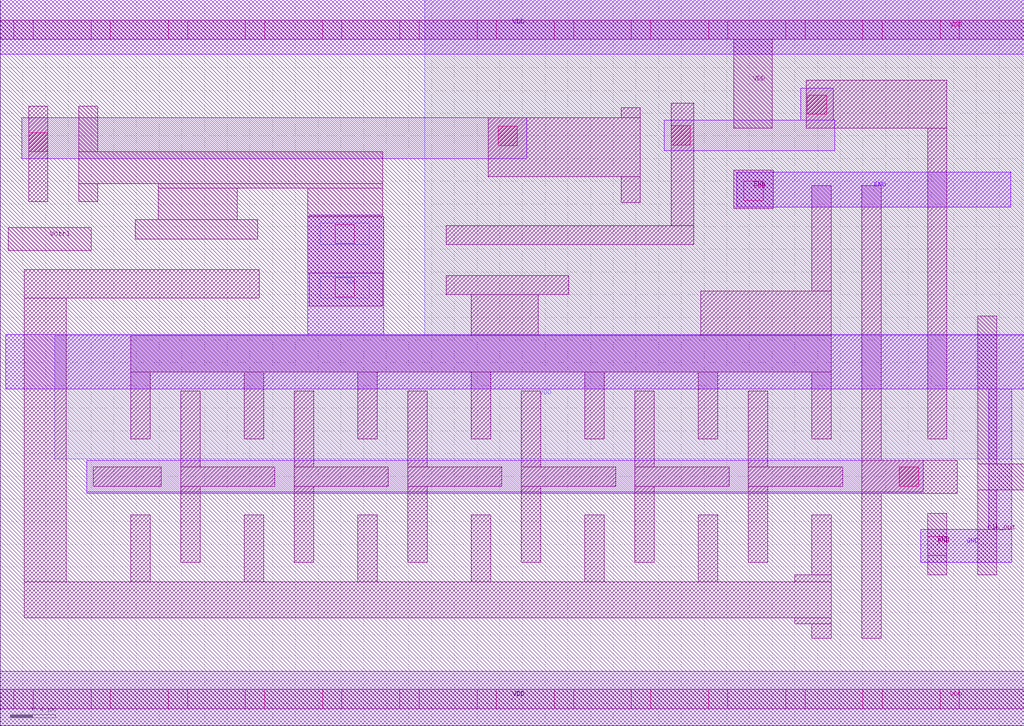
<source format=lef>
VERSION 5.7 ;
  NOWIREEXTENSIONATPIN ON ;
  DIVIDERCHAR "/" ;
  BUSBITCHARS "[]" ;
UNITS
  DATABASE MICRONS 200 ;
END UNITS

LAYER via2
  TYPE CUT ;
END via2

LAYER via
  TYPE CUT ;
END via

LAYER nwell
  TYPE MASTERSLICE ;
END nwell

LAYER via3
  TYPE CUT ;
END via3

LAYER pwell
  TYPE MASTERSLICE ;
END pwell

LAYER via4
  TYPE CUT ;
END via4

LAYER mcon
  TYPE CUT ;
END mcon

LAYER met6
  TYPE ROUTING ;
  WIDTH 0.030000 ;
  SPACING 0.040000 ;
  DIRECTION HORIZONTAL ;
END met6

LAYER met1
  TYPE ROUTING ;
  WIDTH 0.140000 ;
  SPACING 0.140000 ;
  DIRECTION HORIZONTAL ;
END met1

LAYER met3
  TYPE ROUTING ;
  WIDTH 0.300000 ;
  SPACING 0.300000 ;
  DIRECTION HORIZONTAL ;
END met3

LAYER met2
  TYPE ROUTING ;
  WIDTH 0.140000 ;
  SPACING 0.140000 ;
  DIRECTION HORIZONTAL ;
END met2

LAYER met4
  TYPE ROUTING ;
  WIDTH 0.300000 ;
  SPACING 0.300000 ;
  DIRECTION HORIZONTAL ;
END met4

LAYER met5
  TYPE ROUTING ;
  WIDTH 1.600000 ;
  SPACING 1.600000 ;
  DIRECTION HORIZONTAL ;
END met5

LAYER li1
  TYPE ROUTING ;
  WIDTH 0.170000 ;
  SPACING 0.170000 ;
  DIRECTION HORIZONTAL ;
END li1

MACRO VCO
  CLASS BLOCK ;
  FOREIGN VCO ;
  ORIGIN 0.000 0.000 ;
  SIZE 9.020 BY 6.400 ;
  PIN VCtrl
    ANTENNAGATEAREA 0.288000 ;
    PORT
      LAYER li1 ;
        RECT 0.070 4.190 0.800 4.390 ;
    END
  END VCtrl
  PIN VDD
    PORT
      LAYER li1 ;
        RECT 0.000 0.150 9.020 0.320 ;
      LAYER mcon ;
        RECT 0.120 0.150 0.290 0.320 ;
        RECT 0.800 0.150 0.970 0.320 ;
        RECT 1.480 0.150 1.650 0.320 ;
        RECT 2.160 0.150 2.330 0.320 ;
        RECT 2.840 0.150 3.010 0.320 ;
        RECT 3.520 0.150 3.690 0.320 ;
        RECT 4.200 0.150 4.370 0.320 ;
        RECT 4.880 0.150 5.050 0.320 ;
        RECT 5.560 0.150 5.730 0.320 ;
        RECT 6.240 0.150 6.410 0.320 ;
        RECT 6.920 0.150 7.090 0.320 ;
        RECT 7.600 0.150 7.770 0.320 ;
        RECT 8.280 0.150 8.450 0.320 ;
      LAYER met1 ;
        RECT 0.000 0.000 9.020 0.480 ;
    END
    PORT
      LAYER nwell ;
        RECT 3.740 3.440 9.020 6.400 ;
        RECT 0.480 2.350 9.020 3.440 ;
      LAYER li1 ;
        RECT 0.000 6.050 9.020 6.220 ;
        RECT 6.460 5.270 6.800 6.050 ;
      LAYER mcon ;
        RECT 0.120 6.050 0.290 6.220 ;
        RECT 0.800 6.050 0.970 6.220 ;
        RECT 1.480 6.050 1.650 6.220 ;
        RECT 2.160 6.050 2.330 6.220 ;
        RECT 2.840 6.050 3.010 6.220 ;
        RECT 3.520 6.050 3.690 6.220 ;
        RECT 4.200 6.050 4.370 6.220 ;
        RECT 4.880 6.050 5.050 6.220 ;
        RECT 5.560 6.050 5.730 6.220 ;
        RECT 6.240 6.050 6.410 6.220 ;
        RECT 6.920 6.050 7.090 6.220 ;
        RECT 7.600 6.050 7.770 6.220 ;
        RECT 8.280 6.050 8.450 6.220 ;
      LAYER met1 ;
        RECT 0.000 5.920 9.020 6.400 ;
    END
  END VDD
  PIN GND
    ANTENNADIFFAREA 0.876800 ;
    PORT
      LAYER pwell ;
        RECT 2.820 4.240 3.250 4.430 ;
        RECT 2.820 3.770 3.250 3.960 ;
      LAYER li1 ;
        RECT 0.690 5.060 0.860 5.460 ;
        RECT 0.690 4.780 3.370 5.060 ;
        RECT 0.690 4.620 0.860 4.780 ;
        RECT 1.390 4.740 3.370 4.780 ;
        RECT 1.390 4.460 2.090 4.740 ;
        RECT 2.710 4.490 3.370 4.740 ;
        RECT 1.190 4.290 2.270 4.460 ;
        RECT 2.710 3.990 3.380 4.490 ;
        RECT 2.720 3.700 3.370 3.990 ;
        RECT 8.170 1.330 8.340 1.870 ;
      LAYER mcon ;
        RECT 2.950 4.250 3.120 4.420 ;
        RECT 2.950 3.780 3.120 3.950 ;
        RECT 8.170 1.500 8.340 1.670 ;
      LAYER met1 ;
        RECT 2.720 4.490 3.370 4.500 ;
        RECT 2.710 3.450 3.380 4.490 ;
        RECT 0.050 2.970 9.020 3.450 ;
        RECT 8.710 1.730 8.910 2.970 ;
        RECT 8.110 1.440 8.910 1.730 ;
    END
  END GND
  PIN Clk_Out
    ANTENNADIFFAREA 0.469800 ;
    PORT
      LAYER li1 ;
        RECT 8.610 2.310 8.780 3.610 ;
        RECT 8.610 2.080 9.020 2.310 ;
        RECT 8.610 1.330 8.780 2.080 ;
    END
  END Clk_Out
  PIN ENb
    ANTENNAGATEAREA 0.063000 ;
    PORT
      LAYER li1 ;
        RECT 6.460 4.560 6.810 4.900 ;
      LAYER mcon ;
        RECT 6.550 4.630 6.720 4.800 ;
      LAYER met1 ;
        RECT 6.490 4.570 8.900 4.880 ;
    END
  END ENb
  OBS
      LAYER li1 ;
        RECT 0.250 4.620 0.420 5.460 ;
        RECT 5.470 5.360 5.640 5.450 ;
        RECT 4.300 4.840 5.640 5.360 ;
        RECT 5.470 4.610 5.640 4.840 ;
        RECT 5.910 4.410 6.110 5.490 ;
        RECT 7.100 5.270 8.340 5.690 ;
        RECT 3.930 4.240 6.110 4.410 ;
        RECT 0.210 3.770 2.280 4.020 ;
        RECT 3.930 3.800 5.010 3.970 ;
        RECT 7.150 3.830 7.320 4.760 ;
        RECT 0.210 1.270 0.580 3.770 ;
        RECT 4.150 3.440 4.740 3.800 ;
        RECT 6.170 3.440 7.320 3.830 ;
        RECT 1.150 3.120 7.320 3.440 ;
        RECT 1.150 2.530 1.320 3.120 ;
        RECT 1.590 2.280 1.760 2.950 ;
        RECT 2.150 2.530 2.320 3.120 ;
        RECT 2.590 2.280 2.760 2.950 ;
        RECT 3.150 2.530 3.320 3.120 ;
        RECT 3.590 2.280 3.760 2.950 ;
        RECT 4.150 2.530 4.320 3.120 ;
        RECT 4.590 2.280 4.760 2.950 ;
        RECT 5.150 2.530 5.320 3.120 ;
        RECT 5.590 2.280 5.760 2.950 ;
        RECT 6.150 2.530 6.320 3.120 ;
        RECT 6.590 2.280 6.760 2.950 ;
        RECT 7.150 2.530 7.320 3.120 ;
        RECT 7.590 2.340 7.760 4.760 ;
        RECT 8.170 2.530 8.340 5.270 ;
        RECT 0.820 2.110 1.420 2.280 ;
        RECT 1.590 2.110 2.420 2.280 ;
        RECT 2.590 2.110 3.420 2.280 ;
        RECT 3.590 2.110 4.420 2.280 ;
        RECT 4.590 2.110 5.420 2.280 ;
        RECT 5.590 2.110 6.420 2.280 ;
        RECT 6.590 2.110 7.420 2.280 ;
        RECT 1.150 1.270 1.320 1.860 ;
        RECT 1.590 1.440 1.760 2.110 ;
        RECT 2.150 1.270 2.320 1.860 ;
        RECT 2.590 1.440 2.760 2.110 ;
        RECT 3.150 1.270 3.320 1.860 ;
        RECT 3.590 1.440 3.760 2.110 ;
        RECT 4.150 1.270 4.320 1.860 ;
        RECT 4.590 1.440 4.760 2.110 ;
        RECT 5.150 1.270 5.320 1.860 ;
        RECT 5.590 1.440 5.760 2.110 ;
        RECT 6.150 1.270 6.320 1.860 ;
        RECT 6.590 1.440 6.760 2.110 ;
        RECT 7.590 2.050 8.430 2.340 ;
        RECT 7.150 1.330 7.320 1.860 ;
        RECT 7.000 1.270 7.320 1.330 ;
        RECT 0.210 0.950 7.320 1.270 ;
        RECT 7.000 0.900 7.320 0.950 ;
        RECT 7.150 0.770 7.320 0.900 ;
        RECT 7.590 0.770 7.760 2.050 ;
      LAYER mcon ;
        RECT 0.250 5.060 0.420 5.230 ;
        RECT 4.385 5.115 4.555 5.285 ;
        RECT 5.910 5.120 6.080 5.290 ;
        RECT 7.110 5.390 7.280 5.560 ;
        RECT 7.920 2.110 8.090 2.280 ;
      LAYER met1 ;
        RECT 0.190 5.000 4.640 5.360 ;
        RECT 7.050 5.340 7.340 5.620 ;
        RECT 5.850 5.070 7.350 5.340 ;
        RECT 0.760 2.060 8.130 2.340 ;
        RECT 0.760 2.050 8.120 2.060 ;
  END
END VCO
END LIBRARY


</source>
